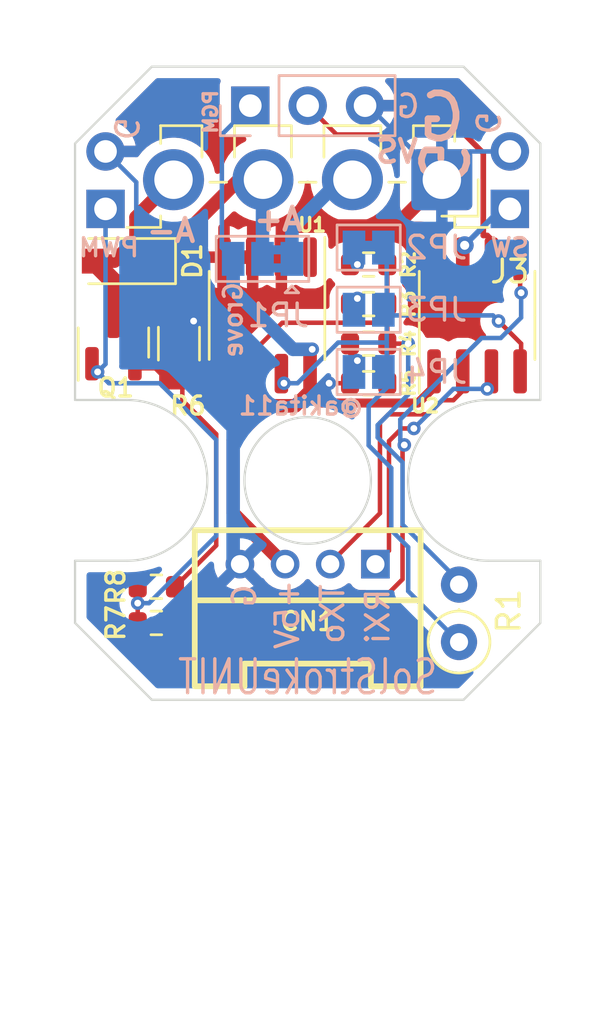
<source format=kicad_pcb>
(kicad_pcb (version 20211014) (generator pcbnew)
  (layers (0 "F.Cu" signal) (31 "B.Cu" signal) (34 "B.Paste" user) (35 "F.Paste" user) (36 "B.SilkS" user "B.Silkscreen") (37 "F.SilkS" user "F.Silkscreen") (38 "B.Mask" user) (39 "F.Mask" user) (44 "Edge.Cuts" user))
  (net 0 "")
  (net 1 "+5V")
  (net 2 "GND")
  (net 3 "/ADC")
  (net 4 "VDD")
  (net 5 "VS")
  (net 6 "/SOLA_M")
  (net 7 "/TXD")
  (net 8 "/PWM")
  (net 9 "/RXD")
  (net 10 "/PWM2")
  (net 11 "/VSENS")
  (net 12 "Net-(JP4-Pad1)")
  (net 13 "/PA0")
  (net 14 "Net-(JP3-Pad1)")
  (net 16 "/SW")
  (net 17 "Net-(JP2-Pad1)")
  (net 18 "Net-(R1-Pad2)")
  (footprint "akita:CON_GROVE_H" (layer "F.Cu") (at 10.3 22 180)
    (fp_text reference "CN1" (at -1.3 -3 180) (layer "F.SilkS") (effects (font (size 0.8 0.8)) (justify right bottom)))
    (fp_text value "CON_GROVE")
    (fp_line (start 2.8 -4.4) (end 2.8 -5.4) (layer "F.SilkS") (width 0.254))
    (fp_line (start -5 -5.4) (end -5 -1.6) (layer "F.SilkS") (width 0.254))
    (fp_line (start -2.8 -5.4) (end -2.8 -4.4) (layer "F.SilkS") (width 0.254))
    (fp_line (start -5 -1.6) (end 5 -1.6) (layer "F.SilkS") (width 0.254))
    (fp_line (start -5 -5.4) (end -2.8 -5.4) (layer "F.SilkS") (width 0.254))
    (fp_line (start 5 -1.6) (end 5 -5.4) (layer "F.SilkS") (width 0.254))
    (fp_line (start -5 1.5) (end 5 1.5) (layer "F.SilkS") (width 0.254))
    (fp_line (start -5 -1.6) (end -5 1.5) (layer "F.SilkS") (width 0.254))
    (fp_line (start -5 -1) (end -5 1) (layer "F.SilkS") (width 0.127))
    (fp_line (start 5 1.5) (end 5 -1.6) (layer "F.SilkS") (width 0.254))
    (fp_line (start -2.8 -4.4) (end 2.8 -4.4) (layer "F.SilkS") (width 0.254))
    (fp_line (start 2.8 -5.4) (end 5 -5.4) (layer "F.SilkS") (width 0.254))
    (pad "1" thru_hole rect (at -3 0 180) (size 1.27 1.27) (drill 0.8) (layers *.Cu *.Mask) (net 9 "/RXD"))
    (pad "2" thru_hole circle (at -1 0 180) (size 1.27 1.27) (drill 0.8) (layers *.Cu *.Mask) (net 7 "/TXD"))
    (pad "3" thru_hole circle (at 1 0 180) (size 1.27 1.27) (drill 0.8) (layers *.Cu *.Mask) (net 1 "+5V"))
    (pad "4" thru_hole circle (at 3 0 180) (size 1.27 1.27) (drill 0.8) (layers *.Cu *.Mask) (net 2 "GND"))
  )
  (footprint "Resistor_SMD:R_0603_1608Metric" (layer "F.Cu") (at 3.6 23 180)
    (fp_text reference "R8" (at 1.8 0 90) (layer "F.SilkS") (effects (font (size 0.8 0.8))))
    (fp_text value "100k")
    (fp_line (start -0.237258 -0.5225) (end 0.237258 -0.5225) (layer "F.SilkS") (width 0.12))
    (fp_line (start -0.237258 0.5225) (end 0.237258 0.5225) (layer "F.SilkS") (width 0.12))
    (pad "1" smd roundrect locked (at -0.825 0 180) (size 0.8 0.95) (layers "F.Cu" "F.Paste" "F.Mask") (net 11 "/VSENS"))
    (pad "2" smd roundrect locked (at 0.825 0 180) (size 0.8 0.95) (layers "F.Cu" "F.Paste" "F.Mask") (net 10 "/PWM2"))
  )
  (footprint "Package_TO_SOT_SMD:SOT-23" (layer "F.Cu") (at 1.7 12.2 90)
    (fp_text reference "Q1" (at -2 0.1 180) (layer "F.SilkS") (effects (font (size 0.8 0.8))))
    (fp_text value "TR_NMOS_IRLML6344")
    (fp_line (start 0 1.56) (end 0.65 1.56) (layer "F.SilkS") (width 0.12))
    (fp_line (start 0 1.56) (end -0.65 1.56) (layer "F.SilkS") (width 0.12))
    (fp_line (start 0 -1.56) (end -1.675 -1.56) (layer "F.SilkS") (width 0.12))
    (fp_line (start 0 -1.56) (end 0.65 -1.56) (layer "F.SilkS") (width 0.12))
    (pad "1" smd roundrect locked (at -0.9375 -0.95 90) (size 1.475 0.6) (layers "F.Cu" "F.Paste" "F.Mask") (net 10 "/PWM2"))
    (pad "2" smd roundrect locked (at -0.9375 0.95 90) (size 1.475 0.6) (layers "F.Cu" "F.Paste" "F.Mask") (net 11 "/VSENS"))
    (pad "3" smd roundrect locked (at 0.9375 0 90) (size 1.475 0.6) (layers "F.Cu" "F.Paste" "F.Mask") (net 6 "/SOLA_M"))
  )
  (footprint "Connector_PinSocket_2.54mm:PinSocket_1x02_P2.54mm_Vertical" (layer "F.Cu") (at 19.25 6.29 180)
    (fp_text reference "J3" (at 0 -2.77) (layer "F.SilkS"))
    (fp_text value "Conn_01x02")
    (pad "1" thru_hole rect (at 0 0 180) (size 1.7 1.7) (drill 1) (layers *.Cu *.Mask) (net 16 "/SW"))
    (pad "2" thru_hole oval (at 0 2.54 180) (size 1.7 1.7) (drill 1) (layers *.Cu *.Mask) (net 2 "GND"))
  )
  (footprint "Resistor_SMD:R_0603_1608Metric" (layer "F.Cu") (at 13 8.75)
    (fp_text reference "R2" (at 1.75 0 270) (layer "F.SilkS") (effects (font (size 0.6 0.6))))
    (fp_text value "100k")
    (fp_line (start -0.237258 -0.5225) (end 0.237258 -0.5225) (layer "F.SilkS") (width 0.12))
    (fp_line (start -0.237258 0.5225) (end 0.237258 0.5225) (layer "F.SilkS") (width 0.12))
    (pad "1" smd roundrect locked (at -0.825 0) (size 0.8 0.95) (layers "F.Cu" "F.Paste" "F.Mask") (net 17 "Net-(JP2-Pad1)"))
    (pad "2" smd roundrect locked (at 0.825 0) (size 0.8 0.95) (layers "F.Cu" "F.Paste" "F.Mask") (net 18 "Net-(R1-Pad2)"))
  )
  (footprint "Connector_JST:JST_VH_S4P-VH_1x04_P3.96mm_Horizontal" (layer "F.Cu") (at 16.24 5 180)
    (fp_text reference "J2" hide)
    (fp_text value "Conn_01x04")
    (fp_line (start 5.57 -0.11) (end 6.31 -0.11) (layer "F.SilkS") (width 0.12))
    (fp_line (start 1.61 -0.11) (end 2.35 -0.11) (layer "F.SilkS") (width 0.12))
    (fp_line (start -0.57 -2.11) (end -0.57 -1.61) (layer "F.SilkS") (width 0.12))
    (fp_line (start 2.7 2.39) (end 5.22 2.39) (layer "F.SilkS") (width 0.12))
    (fp_line (start -0.58 2.39) (end 1.26 2.39) (layer "F.SilkS") (width 0.12))
    (fp_line (start 12.45 2.39) (end 12.45 1.6) (layer "F.SilkS") (width 0.12))
    (fp_line (start -0.57 1.7) (end -0.57 2.39) (layer "F.SilkS") (width 0.12))
    (fp_line (start 9.18 2.39) (end 9.18 1) (layer "F.SilkS") (width 0.12))
    (fp_line (start 6.66 1) (end 6.66 2.39) (layer "F.SilkS") (width 0.12))
    (fp_line (start 5.22 2.39) (end 5.22 1) (layer "F.SilkS") (width 0.12))
    (fp_line (start 0 -1.61) (end -1.61 -1.61) (layer "F.SilkS") (width 0.12))
    (fp_line (start -2.06 -2.11) (end -0.57 -2.11) (layer "F.SilkS") (width 0.12))
    (fp_line (start 10.62 2.39) (end 12.46 2.39) (layer "F.SilkS") (width 0.12))
    (fp_line (start 10.62 1) (end 10.62 2.39) (layer "F.SilkS") (width 0.12))
    (fp_line (start 9.53 -0.11) (end 10.27 -0.11) (layer "F.SilkS") (width 0.12))
    (fp_line (start 6.66 2.39) (end 9.18 2.39) (layer "F.SilkS") (width 0.12))
    (fp_line (start 1.26 2.39) (end 1.26 1.7) (layer "F.SilkS") (width 0.12))
    (fp_line (start 2.7 1) (end 2.7 2.39) (layer "F.SilkS") (width 0.12))
    (fp_line (start 12.45 -1.6) (end 12.45 -2.11) (layer "F.SilkS") (width 0.12))
    (fp_line (start -1.61 -1.61) (end -1.61 0) (layer "F.SilkS") (width 0.12))
    (fp_line (start 12.45 -2.11) (end 13.94 -2.11) (layer "F.SilkS") (width 0.12))
    (pad "1" thru_hole roundrect (at 0 0 180) (size 2.7 2.7) (drill 1.7) (layers *.Cu *.Mask) (roundrect_rratio 0.09259296296) (net 2 "GND"))
    (pad "2" thru_hole circle (at 3.96 0 180) (size 2.7 2.7) (drill 1.7) (layers *.Cu *.Mask) (net 4 "VDD"))
    (pad "3" thru_hole circle (at 7.92 0 180) (size 2.7 2.7) (drill 1.7) (layers *.Cu *.Mask) (net 5 "VS"))
    (pad "4" thru_hole circle (at 11.88 0 180) (size 2.7 2.7) (drill 1.7) (layers *.Cu *.Mask) (net 6 "/SOLA_M"))
  )
  (footprint "Resistor_SMD:R_1206_3216Metric" (layer "F.Cu") (at 4.6 12.25 -90)
    (fp_text reference "R6" (at 2.75 -0.4) (layer "F.SilkS") (effects (font (size 0.8 0.8))))
    (fp_text value "0.2")
    (fp_line (start -0.727064 0.91) (end 0.727064 0.91) (layer "F.SilkS") (width 0.12))
    (fp_line (start -0.727064 -0.91) (end 0.727064 -0.91) (layer "F.SilkS") (width 0.12))
    (pad "1" smd roundrect locked (at -1.4625 0 270) (size 1.125 1.75) (layers "F.Cu" "F.Paste" "F.Mask") (roundrect_rratio 0.2222222222) (net 2 "GND"))
    (pad "2" smd roundrect locked (at 1.4625 0 270) (size 1.125 1.75) (layers "F.Cu" "F.Paste" "F.Mask") (roundrect_rratio 0.2222222222) (net 11 "/VSENS"))
  )
  (footprint "Resistor_SMD:R_0603_1608Metric" (layer "F.Cu") (at 13 14)
    (fp_text reference "R5" (at 1.75 0 270) (layer "F.SilkS") (effects (font (size 0.6 0.6))))
    (fp_text value "1k")
    (fp_line (start -0.237258 -0.5225) (end 0.237258 -0.5225) (layer "F.SilkS") (width 0.12))
    (fp_line (start -0.237258 0.5225) (end 0.237258 0.5225) (layer "F.SilkS") (width 0.12))
    (pad "1" smd roundrect locked (at -0.825 0) (size 0.8 0.95) (layers "F.Cu" "F.Paste" "F.Mask") (net 2 "GND"))
    (pad "2" smd roundrect locked (at 0.825 0) (size 0.8 0.95) (layers "F.Cu" "F.Paste" "F.Mask") (net 18 "Net-(R1-Pad2)"))
  )
  (footprint "Package_SO:SO-8_3.9x4.9mm_P1.27mm" (layer "F.Cu") (at 8.5 11 -90)
    (fp_text reference "U1" (at -4 -2 180) (layer "F.SilkS") (effects (font (size 0.6 0.6))))
    (fp_text value "LM358")
    (fp_line (start 0 2.56) (end 1.95 2.56) (layer "F.SilkS") (width 0.12))
    (fp_line (start 0 -2.56) (end -3.45 -2.56) (layer "F.SilkS") (width 0.12))
    (fp_line (start 0 2.56) (end -1.95 2.56) (layer "F.SilkS") (width 0.12))
    (fp_line (start 0 -2.56) (end 1.95 -2.56) (layer "F.SilkS") (width 0.12))
    (pad "1" smd roundrect locked (at -2.575 -1.905 270) (size 1.75 0.6) (layers "F.Cu" "F.Paste" "F.Mask"))
    (pad "2" smd roundrect locked (at -2.575 -0.635 270) (size 1.75 0.6) (layers "F.Cu" "F.Paste" "F.Mask") (net 2 "GND"))
    (pad "3" smd roundrect locked (at -2.575 0.635 270) (size 1.75 0.6) (layers "F.Cu" "F.Paste" "F.Mask") (net 2 "GND"))
    (pad "4" smd roundrect locked (at -2.575 1.905 270) (size 1.75 0.6) (layers "F.Cu" "F.Paste" "F.Mask") (net 2 "GND"))
    (pad "5" smd roundrect locked (at 2.575 1.905 270) (size 1.75 0.6) (layers "F.Cu" "F.Paste" "F.Mask") (net 11 "/VSENS"))
    (pad "6" smd roundrect locked (at 2.575 0.635 270) (size 1.75 0.6) (layers "F.Cu" "F.Paste" "F.Mask") (net 18 "Net-(R1-Pad2)"))
    (pad "7" smd roundrect locked (at 2.575 -0.635 270) (size 1.75 0.6) (layers "F.Cu" "F.Paste" "F.Mask") (net 3 "/ADC"))
    (pad "8" smd roundrect locked (at 2.575 -1.905 270) (size 1.75 0.6) (layers "F.Cu" "F.Paste" "F.Mask") (net 1 "+5V"))
  )
  (footprint "Resistor_THT:R_Axial_DIN0207_L6.3mm_D2.5mm_P2.54mm_Vertical" (layer "F.Cu") (at 17 25.445 90)
    (fp_text reference "R1" (at 1.37 2.2 90) (layer "F.SilkS"))
    (fp_text value "TBD")
    (fp_line (start 1.37 0) (end 1.44 0) (layer "F.SilkS") (width 0.12))
    (fp_circle (center 0 0) (end 1.37 0) (layer "F.SilkS") (width 0.12) (fill none))
    (pad "1" thru_hole circle locked (at 0 0 90) (size 1.6 1.6) (drill 0.8) (layers *.Cu *.Mask) (net 3 "/ADC"))
    (pad "2" thru_hole oval locked (at 2.54 0 90) (size 1.6 1.6) (drill 0.8) (layers *.Cu *.Mask) (net 18 "Net-(R1-Pad2)"))
  )
  (footprint "Resistor_SMD:R_0603_1608Metric" (layer "F.Cu") (at 13 10.5)
    (fp_text reference "R3" (at 1.75 0 90) (layer "F.SilkS") (effects (font (size 0.6 0.6))))
    (fp_text value "62k")
    (fp_line (start -0.237258 -0.5225) (end 0.237258 -0.5225) (layer "F.SilkS") (width 0.12))
    (fp_line (start -0.237258 0.5225) (end 0.237258 0.5225) (layer "F.SilkS") (width 0.12))
    (pad "1" smd roundrect locked (at -0.825 0) (size 0.8 0.95) (layers "F.Cu" "F.Paste" "F.Mask") (net 14 "Net-(JP3-Pad1)"))
    (pad "2" smd roundrect locked (at 0.825 0) (size 0.8 0.95) (layers "F.Cu" "F.Paste" "F.Mask") (net 18 "Net-(R1-Pad2)"))
  )
  (footprint "Connector_PinSocket_2.54mm:PinSocket_1x02_P2.54mm_Vertical" (layer "F.Cu") (at 1.35 6.29 180)
    (fp_text reference "J4" hide)
    (fp_text value "Conn_01x02")
    (pad "1" thru_hole rect (at 0 0 180) (size 1.7 1.7) (drill 1) (layers *.Cu *.Mask) (net 10 "/PWM2"))
    (pad "2" thru_hole oval (at 0 2.54 180) (size 1.7 1.7) (drill 1) (layers *.Cu *.Mask) (net 2 "GND"))
  )
  (footprint "Resistor_SMD:R_0603_1608Metric" (layer "F.Cu") (at 13 12.25)
    (fp_text reference "R4" (at 1.75 0 90) (layer "F.SilkS") (effects (font (size 0.6 0.6))))
    (fp_text value "24k")
    (fp_line (start -0.237258 -0.5225) (end 0.237258 -0.5225) (layer "F.SilkS") (width 0.12))
    (fp_line (start -0.237258 0.5225) (end 0.237258 0.5225) (layer "F.SilkS") (width 0.12))
    (pad "1" smd roundrect locked (at -0.825 0) (size 0.8 0.95) (layers "F.Cu" "F.Paste" "F.Mask") (net 12 "Net-(JP4-Pad1)"))
    (pad "2" smd roundrect locked (at 0.825 0) (size 0.8 0.95) (layers "F.Cu" "F.Paste" "F.Mask") (net 18 "Net-(R1-Pad2)"))
  )
  (footprint "Diode_SMD:D_SOD-123F" (layer "F.Cu") (at 2.25 8.6 180)
    (fp_text reference "D1" (at -2.95 0 90) (layer "F.SilkS") (effects (font (size 0.8 0.8))))
    (fp_text value "D")
    (fp_line (start -2.2 -1) (end -2.2 1) (layer "F.SilkS") (width 0.12))
    (fp_line (start -2.2 1) (end 1.65 1) (layer "F.SilkS") (width 0.12))
    (fp_line (start -2.2 -1) (end 1.65 -1) (layer "F.SilkS") (width 0.12))
    (pad "1" smd rect locked (at -1.4 0 180) (size 1.1 1.1) (layers "F.Cu" "F.Paste" "F.Mask") (net 5 "VS"))
    (pad "2" smd rect locked (at 1.4 0 180) (size 1.1 1.1) (layers "F.Cu" "F.Paste" "F.Mask") (net 6 "/SOLA_M"))
  )
  (footprint "Resistor_SMD:R_0603_1608Metric" (layer "F.Cu") (at 3.6 24.6 180)
    (fp_text reference "R7" (at 1.8 0 90) (layer "F.SilkS") (effects (font (size 0.8 0.8))))
    (fp_text value "1k")
    (fp_line (start -0.237258 0.5225) (end 0.237258 0.5225) (layer "F.SilkS") (width 0.12))
    (fp_line (start -0.237258 -0.5225) (end 0.237258 -0.5225) (layer "F.SilkS") (width 0.12))
    (pad "1" smd roundrect locked (at -0.825 0 180) (size 0.8 0.95) (layers "F.Cu" "F.Paste" "F.Mask") (net 8 "/PWM"))
    (pad "2" smd roundrect locked (at 0.825 0 180) (size 0.8 0.95) (layers "F.Cu" "F.Paste" "F.Mask") (net 10 "/PWM2"))
  )
  (footprint "Package_SO:SOIC-8_3.9x4.9mm_P1.27mm" (layer "F.Cu") (at 17.8 11 90)
    (fp_text reference "U2" (at -4 -2.3 180) (layer "F.SilkS") (effects (font (size 0.6 0.6))))
    (fp_text value "ATtiny202-SS")
    (fp_line (start 0 2.56) (end -1.95 2.56) (layer "F.SilkS") (width 0.12))
    (fp_line (start 0 -2.56) (end 1.95 -2.56) (layer "F.SilkS") (width 0.12))
    (fp_line (start 0 2.56) (end 1.95 2.56) (layer "F.SilkS") (width 0.12))
    (fp_line (start 0 -2.56) (end -3.45 -2.56) (layer "F.SilkS") (width 0.12))
    (pad "1" smd roundrect locked (at -2.475 -1.905 90) (size 1.95 0.6) (layers "F.Cu" "F.Paste" "F.Mask") (net 1 "+5V"))
    (pad "2" smd roundrect locked (at -2.475 -0.635 90) (size 1.95 0.6) (layers "F.Cu" "F.Paste" "F.Mask") (net 7 "/TXD"))
    (pad "3" smd roundrect locked (at -2.475 0.635 90) (size 1.95 0.6) (layers "F.Cu" "F.Paste" "F.Mask") (net 9 "/RXD"))
    (pad "4" smd roundrect locked (at -2.475 1.905 90) (size 1.95 0.6) (layers "F.Cu" "F.Paste" "F.Mask") (net 3 "/ADC"))
    (pad "5" smd roundrect locked (at 2.475 1.905 90) (size 1.95 0.6) (layers "F.Cu" "F.Paste" "F.Mask") (net 8 "/PWM"))
    (pad "6" smd roundrect locked (at 2.475 0.635 90) (size 1.95 0.6) (layers "F.Cu" "F.Paste" "F.Mask") (net 13 "/PA0"))
    (pad "7" smd roundrect locked (at 2.475 -0.635 90) (size 1.95 0.6) (layers "F.Cu" "F.Paste" "F.Mask") (net 16 "/SW"))
    (pad "8" smd roundrect locked (at 2.475 -1.905 90) (size 1.95 0.6) (layers "F.Cu" "F.Paste" "F.Mask") (net 2 "GND"))
  )
  (footprint "Jumper:SolderJumper-3_P1.3mm_Bridged2Bar12_Pad1.0x1.5mm" (layer "B.Cu") (at 8.3 8.5 180)
    (fp_text reference "JP1" (at -0.7 -2.5) (layer "B.SilkS") (effects (justify mirror)))
    (fp_text value "SolderJumper_3_Bridged12")
    (fp_poly (pts (xy -0.9 0.6) (xy -0.4 0.6) (xy -0.4 0.2) (xy -0.9 0.2)) (layer "B.Cu") (width 0) (fill solid))
    (fp_poly (pts (xy -0.9 -0.2) (xy -0.4 -0.2) (xy -0.4 -0.6) (xy -0.9 -0.6)) (layer "B.Cu") (width 0) (fill solid))
    (fp_line (start -1.3 -1.2) (end -1 -1.5) (layer "B.SilkS") (width 0.12))
    (fp_line (start 2.05 1) (end 2.05 -1) (layer "B.SilkS") (width 0.12))
    (fp_line (start -2.05 1) (end 2.05 1) (layer "B.SilkS") (width 0.12))
    (fp_line (start -1.6 -1.5) (end -1 -1.5) (layer "B.SilkS") (width 0.12))
    (fp_line (start -1.3 -1.2) (end -1.6 -1.5) (layer "B.SilkS") (width 0.12))
    (fp_line (start -2.05 -1) (end -2.05 1) (layer "B.SilkS") (width 0.12))
    (fp_line (start 2.05 -1) (end -2.05 -1) (layer "B.SilkS") (width 0.12))
    (pad "1" smd rect locked (at -1.3 0 180) (size 1 1.5) (layers "B.Cu" "B.Mask") (net 4 "VDD"))
    (pad "2" smd rect locked (at 0 0 180) (size 1 1.5) (layers "B.Cu" "B.Mask") (net 5 "VS"))
    (pad "3" smd rect locked (at 1.3 0 180) (size 1 1.5) (layers "B.Cu" "B.Mask") (net 1 "+5V"))
  )
  (footprint "Connector_PinSocket_2.54mm:PinSocket_1x03_P2.54mm_Vertical" (layer "B.Cu") (at 7.76 1.725 -90)
    (fp_text reference "J1" hide)
    (fp_text value "Conn_01x03")
    (fp_line (start 1.33 1.33) (end 1.33 0) (layer "B.SilkS") (width 0.12))
    (fp_line (start 1.33 -1.27) (end 1.33 -6.41) (layer "B.SilkS") (width 0.12))
    (fp_line (start 0 1.33) (end 1.33 1.33) (layer "B.SilkS") (width 0.12))
    (fp_line (start -1.33 -1.27) (end -1.33 -6.41) (layer "B.SilkS") (width 0.12))
    (fp_line (start -1.33 -6.41) (end 1.33 -6.41) (layer "B.SilkS") (width 0.12))
    (fp_line (start -1.33 -1.27) (end 1.33 -1.27) (layer "B.SilkS") (width 0.12))
    (pad "1" thru_hole rect locked (at 0 0 270) (size 1.7 1.7) (drill 1) (layers *.Cu *.Mask) (net 1 "+5V"))
    (pad "2" thru_hole oval locked (at 0 -2.54 270) (size 1.7 1.7) (drill 1) (layers *.Cu *.Mask) (net 13 "/PA0"))
    (pad "3" thru_hole oval locked (at 0 -5.08 270) (size 1.7 1.7) (drill 1) (layers *.Cu *.Mask) (net 2 "GND"))
  )
  (footprint "Jumper:SolderJumper-2_P1.3mm_Bridged_Pad1.0x1.5mm" (layer "B.Cu") (at 13 8)
    (fp_text reference "JP2" (at 3 0 180) (layer "B.SilkS") (effects (justify mirror)))
    (fp_text value "SolderJumper_2_Bridged")
    (fp_poly (pts (xy -0.25 0.3) (xy 0.25 0.3) (xy 0.25 -0.3) (xy -0.25 -0.3)) (layer "B.Cu") (width 0) (fill solid))
    (fp_line (start -1.4 1) (end 1.4 1) (layer "B.SilkS") (width 0.12))
    (fp_line (start 1.4 1) (end 1.4 -1) (layer "B.SilkS") (width 0.12))
    (fp_line (start -1.4 -1) (end -1.4 1) (layer "B.SilkS") (width 0.12))
    (fp_line (start 1.4 -1) (end -1.4 -1) (layer "B.SilkS") (width 0.12))
    (pad "1" smd rect locked (at -0.65 0) (size 1 1.5) (layers "B.Cu" "B.Mask") (net 17 "Net-(JP2-Pad1)"))
    (pad "2" smd rect locked (at 0.65 0) (size 1 1.5) (layers "B.Cu" "B.Mask") (net 3 "/ADC"))
  )
  (footprint "Jumper:SolderJumper-2_P1.3mm_Open_Pad1.0x1.5mm" (layer "B.Cu") (at 13 10.75)
    (fp_text reference "JP3" (at 3 0 180) (layer "B.SilkS") (effects (justify mirror)))
    (fp_text value "SolderJumper_2_Open")
    (fp_line (start -1.4 1) (end 1.4 1) (layer "B.SilkS") (width 0.12))
    (fp_line (start 1.4 -1) (end -1.4 -1) (layer "B.SilkS") (width 0.12))
    (fp_line (start -1.4 -1) (end -1.4 1) (layer "B.SilkS") (width 0.12))
    (fp_line (start 1.4 1) (end 1.4 -1) (layer "B.SilkS") (width 0.12))
    (pad "1" smd rect locked (at -0.65 0) (size 1 1.5) (layers "B.Cu" "B.Mask") (net 14 "Net-(JP3-Pad1)"))
    (pad "2" smd rect locked (at 0.65 0) (size 1 1.5) (layers "B.Cu" "B.Mask") (net 3 "/ADC"))
  )
  (footprint "Jumper:SolderJumper-2_P1.3mm_Open_Pad1.0x1.5mm" (layer "B.Cu") (at 13 13.5)
    (fp_text reference "JP4" (at 3 0 180) (layer "B.SilkS") (effects (justify mirror)))
    (fp_text value "SolderJumper_2_Open")
    (fp_line (start 1.4 -1) (end -1.4 -1) (layer "B.SilkS") (width 0.12))
    (fp_line (start 1.4 1) (end 1.4 -1) (layer "B.SilkS") (width 0.12))
    (fp_line (start -1.4 1) (end 1.4 1) (layer "B.SilkS") (width 0.12))
    (fp_line (start -1.4 -1) (end -1.4 1) (layer "B.SilkS") (width 0.12))
    (pad "1" smd rect locked (at -0.65 0) (size 1 1.5) (layers "B.Cu" "B.Mask") (net 12 "Net-(JP4-Pad1)"))
    (pad "2" smd rect locked (at 0.65 0) (size 1 1.5) (layers "B.Cu" "B.Mask") (net 3 "/ADC"))
  )
  (gr_line (start 0 24.6) (end 0 21.85) (layer "Edge.Cuts") (width 0.1))
  (gr_line (start 0 14.74) (end 2.3 14.74) (layer "Edge.Cuts") (width 0.1))
  (gr_line (start 20.6 21.85) (end 20.6 24.6) (layer "Edge.Cuts") (width 0.1))
  (gr_line (start 3.4 0) (end 17.2 0) (layer "Edge.Cuts") (width 0.1))
  (gr_line (start 0 3.4) (end 3.4 0) (layer "Edge.Cuts") (width 0.1))
  (gr_line (start 0 14.74) (end 0 3.4) (layer "Edge.Cuts") (width 0.1))
  (gr_line (start 0 24.6) (end 3.4 28) (layer "Edge.Cuts") (width 0.1))
  (gr_line (start 3.4 28) (end 17.2 28) (layer "Edge.Cuts") (width 0.1))
  (gr_line (start 20.6 3.4) (end 17.2 0) (layer "Edge.Cuts") (width 0.1))
  (gr_arc (start 2.3 14.74) (mid 5.855 18.295) (end 2.3 21.85) (layer "Edge.Cuts") (width 0.1))
  (gr_line (start 0 21.85) (end 2.3 21.85) (layer "Edge.Cuts") (width 0.1))
  (gr_circle (center 10.3 18.3) (end 13.1 18.3) (layer "Edge.Cuts") (width 0.1) (fill none))
  (gr_line (start 18.3 21.85) (end 20.6 21.85) (layer "Edge.Cuts") (width 0.1))
  (gr_line (start 18.3 14.74) (end 20.6 14.74) (layer "Edge.Cuts") (width 0.1))
  (gr_line (start 20.6 14.74) (end 20.6 3.4) (layer "Edge.Cuts") (width 0.1))
  (gr_line (start 17.2 28) (end 20.6 24.6) (layer "Edge.Cuts") (width 0.1))
  (gr_arc (start 18.3 21.85) (mid 14.745 18.295) (end 18.3 14.74) (layer "Edge.Cuts") (width 0.1))
  (gr_text "Grove" (at 7 11.2 90) (layer "B.SilkS") (effects (font (size 0.8 0.8)) (justify mirror)))
  (gr_text "SW" (at 19.25 8) (layer "B.SilkS") (effects (font (size 0.8 0.8)) (justify mirror)))
  (gr_text "A+" (at 9 6.75) (layer "B.SilkS") (effects (font (size 1 1) (thickness 0.2)) (justify mirror)))
  (gr_text "G" (at 16.25 5.5 270) (layer "B.SilkS") (effects (font (size 2 2) (thickness 0.3)) (justify left mirror)))
  (gr_text "G" (at 7.5 22.8 90) (layer "B.SilkS") (effects (font (size 1 1)) (justify left mirror)))
  (gr_text "G" (at 14.75 1.75) (layer "B.SilkS") (effects (font (size 1 1)) (justify mirror)))
  (gr_text "PWM\n" (at 1.5 8) (layer "B.SilkS") (effects (font (size 0.8 0.8)) (justify mirror)))
  (gr_text "VS" (at 14.25 3.75) (layer "B.SilkS") (effects (font (size 1 1) (thickness 0.2)) (justify mirror)))
  (gr_text "TXo" (at 11.4 22.8 90) (layer "B.SilkS") (effects (font (size 1 1)) (justify left mirror)))
  (gr_text "G" (at 16.25 2.25) (layer "B.SilkS") (effects (font (size 2 2) (thickness 0.3)) (justify mirror)))
  (gr_text "SolStrokeUNIT" (at 10.3 27) (layer "B.SilkS") (effects (font (size 1.5 1.1)) (justify mirror)))
  (gr_text "@akita11" (at 10 15) (layer "B.SilkS") (effects (font (size 0.8 0.8)) (justify mirror)))
  (gr_text "+5V" (at 9.4 22.6 90) (layer "B.SilkS") (effects (font (size 1 1)) (justify left mirror)))
  (gr_text "G" (at 2.25 2.75 -90) (layer "B.SilkS") (effects (font (size 1 1)) (justify mirror)))
  (gr_text "G" (at 18.25 2.5 -90) (layer "B.SilkS") (effects (font (size 1 1)) (justify mirror)))
  (gr_text "A-" (at 4.25 7.25) (layer "B.SilkS") (effects (font (size 1 1) (thickness 0.2)) (justify mirror)))
  (gr_text "RXi" (at 13.4 23 90) (layer "B.SilkS") (effects (font (size 1 1)) (justify left mirror)))
  (gr_text "PGM" (at 6 2 90) (layer "B.SilkS") (effects (font (size 0.6 0.6)) (justify mirror)))
  (segment (start 7 19.75) (end 9.25 22) (width 0.6) (layer "F.Cu") (net 1))
  (segment (start 15.895 13.475) (end 15.895 14.165) (width 0.4) (layer "F.Cu") (net 1))
  (segment (start 10.93274 14.87452) (end 10.405 14.34678) (width 0.4) (layer "F.Cu") (net 1))
  (segment (start 10.405 14.34678) (end 9.75178 15) (width 0.6) (layer "F.Cu") (net 1))
  (segment (start 7 16.5) (end 7 19.75) (width 0.6) (layer "F.Cu") (net 1))
  (segment (start 9.75178 15) (end 8.5 15) (width 0.6) (layer "F.Cu") (net 1))
  (segment (start 10.405 12.595) (end 10.5 12.5) (width 0.6) (layer "F.Cu") (net 1))
  (segment (start 10.405 13.575) (end 10.405 12.595) (width 0.6) (layer "F.Cu") (net 1))
  (segment (start 8.5 15) (end 7 16.5) (width 0.6) (layer "F.Cu") (net 1))
  (segment (start 10.405 13.575) (end 10.405 14.34678) (width 0.6) (layer "F.Cu") (net 1))
  (segment (start 15.18548 14.87452) (end 10.93274 14.87452) (width 0.4) (layer "F.Cu") (net 1))
  (segment (start 15.895 14.165) (end 15.18548 14.87452) (width 0.4) (layer "F.Cu") (net 1))
  (via (at 10.5 12.5) (size 0.6) (drill 0.3) (layers "F.Cu" "B.Cu") (net 1))
  (segment (start 7 9.85) (end 9.65 12.5) (width 0.6) (layer "B.Cu") (net 1))
  (segment (start 6.5 8) (end 6.5 3) (width 0.2) (layer "B.Cu") (net 1))
  (segment (start 9.65 12.5) (end 10.5 12.5) (width 0.6) (layer "B.Cu") (net 1))
  (segment (start 7 8.5) (end 7 9.85) (width 0.6) (layer "B.Cu") (net 1))
  (segment (start 6.5 3) (end 7.75 1.75) (width 0.2) (layer "B.Cu") (net 1))
  (segment (start 7 8.5) (end 6.5 8) (width 0.2) (layer "B.Cu") (net 1))
  (segment (start 6 10.5) (end 4.5 10.5) (width 0.6) (layer "F.Cu") (net 2))
  (segment (start 15.895 8.525) (end 15.895 7.645) (width 0.4) (layer "F.Cu") (net 2))
  (segment (start 9.135 7.615) (end 9.69952 7.05048) (width 0.6) (layer "F.Cu") (net 2))
  (segment (start 14.18952 7.05048) (end 16.24 5) (width 0.6) (layer "F.Cu") (net 2))
  (segment (start 9.69952 7.05048) (end 14.18952 7.05048) (width 0.6) (layer "F.Cu") (net 2))
  (segment (start 6.595 8.425) (end 6.595 9.905) (width 0.6) (layer "F.Cu") (net 2))
  (segment (start 9.135 8.425) (end 9.135 7.615) (width 0.6) (layer "F.Cu") (net 2))
  (segment (start 15.895 7.645) (end 15.30048 7.05048) (width 0.4) (layer "F.Cu") (net 2))
  (segment (start 15.30048 7.05048) (end 14.18952 7.05048) (width 0.4) (layer "F.Cu") (net 2))
  (segment (start 12.175 14) (end 11.25 14) (width 0.2) (layer "F.Cu") (net 2))
  (segment (start 5.25 11.1875) (end 4.6 10.5375) (width 0.6) (layer "F.Cu") (net 2))
  (segment (start 6.595 9.905) (end 6 10.5) (width 0.6) (layer "F.Cu") (net 2))
  (segment (start 5.25 11.25) (end 5.25 11.1875) (width 0.6) (layer "F.Cu") (net 2))
  (segment (start 9.135 8.425) (end 6.575 8.425) (width 0.6) (layer "F.Cu") (net 2))
  (segment (start 6.575 8.425) (end 6.5 8.5) (width 0.6) (layer "F.Cu") (net 2))
  (via (at 11.25 14) (size 0.6) (drill 0.3) (layers "F.Cu" "B.Cu") (net 2))
  (via (at 5.25 11.25) (size 0.6) (drill 0.3) (layers "F.Cu" "B.Cu") (net 2))
  (segment (start 7 15) (end 10.25 15) (width 0.2) (layer "B.Cu") (net 2))
  (segment (start 16.24 5) (end 16.24 4.99) (width 0.2) (layer "B.Cu") (net 2))
  (segment (start 7 13) (end 7 15) (width 0.6) (layer "B.Cu") (net 2))
  (segment (start 17.49 3.75) (end 16.24 5) (width 0.2) (layer "B.Cu") (net 2))
  (segment (start 7 15) (end 7 21.75) (width 0.6) (layer "B.Cu") (net 2))
  (segment (start 2.710489 5.110489) (end 2.710489 8.710489) (width 0.2) (layer "B.Cu") (net 2))
  (segment (start 7 21.75) (end 7.25 22) (width 0.6) (layer "B.Cu") (net 2))
  (segment (start 1.35 3.75) (end 2.710489 5.110489) (width 0.2) (layer "B.Cu") (net 2))
  (segment (start 10.25 15) (end 11.25 14) (width 0.2) (layer "B.Cu") (net 2))
  (segment (start 19.25 3.75) (end 17.49 3.75) (width 0.2) (layer "B.Cu") (net 2))
  (segment (start 2.710489 8.710489) (end 5.25 11.25) (width 0.2) (layer "B.Cu") (net 2))
  (segment (start 16.24 4.99) (end 13 1.75) (width 0.2) (layer "B.Cu") (net 2))
  (segment (start 5.25 11.25) (end 7 13) (width 0.6) (layer "B.Cu") (net 2))
  (segment (start 18.75 11.25) (end 19.75 12.25) (width 0.2) (layer "F.Cu") (net 3))
  (segment (start 9.135 13.575) (end 9.135 13.885) (width 0.2) (layer "F.Cu") (net 3))
  (segment (start 19.75 12.25) (end 19.75 13.5) (width 0.2) (layer "F.Cu") (net 3))
  (segment (start 9.135 13.885) (end 9.25 14) (width 0.2) (layer "F.Cu") (net 3))
  (via (at 9.25 14) (size 0.6) (drill 0.3) (layers "F.Cu" "B.Cu") (net 3))
  (via (at 18.75 11.25) (size 0.6) (drill 0.3) (layers "F.Cu" "B.Cu") (net 3))
  (segment (start 13.600481 13.899519) (end 13.75 13.75) (width 0.2) (layer "B.Cu") (net 3))
  (segment (start 18.5 11) (end 13.9 11) (width 0.2) (layer "B.Cu") (net 3))
  (segment (start 14 20.5) (end 14.75 21.25) (width 0.2) (layer "B.Cu") (net 3))
  (segment (start 13.8 13.75) (end 13.8 12.2) (width 0.2) (layer "B.Cu") (net 3))
  (segment (start 13.8 12.2) (end 13.8 8.45) (width 0.2) (layer "B.Cu") (net 3))
  (segment (start 13 16.75) (end 14 17.75) (width 0.2) (layer "B.Cu") (net 3))
  (segment (start 13.8 8.45) (end 14 8.25) (width 0.2) (layer "B.Cu") (net 3))
  (segment (start 14.75 23.195) (end 17 25.445) (width 0.2) (layer "B.Cu") (net 3))
  (segment (start 9.85 14) (end 11.65 12.2) (width 0.2) (layer "B.Cu") (net 3))
  (segment (start 14.75 21.25) (end 14.75 23.195) (width 0.2) (layer "B.Cu") (net 3))
  (segment (start 13.8 13.75) (end 13.8 14.2) (width 0.2) (layer "B.Cu") (net 3))
  (segment (start 13.8 14.2) (end 13 15) (width 0.2) (layer "B.Cu") (net 3))
  (segment (start 14 17.75) (end 14 20.5) (width 0.2) (layer "B.Cu") (net 3))
  (segment (start 11.65 12.2) (end 13.8 12.2) (width 0.2) (layer "B.Cu") (net 3))
  (segment (start 9.25 14) (end 9.85 14) (width 0.2) (layer "B.Cu") (net 3))
  (segment (start 13 15) (end 13 16.75) (width 0.2) (layer "B.Cu") (net 3))
  (segment (start 18.75 11.25) (end 18.5 11) (width 0.2) (layer "B.Cu") (net 3))
  (segment (start 9.6 8.5) (end 9.6 7.15) (width 0.6) (layer "B.Cu") (net 4))
  (segment (start 9.6 7.15) (end 11.75 5) (width 0.6) (layer "B.Cu") (net 4))
  (segment (start 11.75 5) (end 12.25 5) (width 0.6) (layer "B.Cu") (net 4))
  (segment (start 3.65 8.6) (end 7.25 5) (width 0.6) (layer "F.Cu") (net 5))
  (segment (start 7.25 5) (end 8.25 5) (width 0.6) (layer "F.Cu") (net 5))
  (segment (start 8.3 5.05) (end 8.25 5) (width 0.6) (layer "B.Cu") (net 5))
  (segment (start 8.3 8.5) (end 8.3 5.05) (width 0.6) (layer "B.Cu") (net 5))
  (segment (start 2.699511 7.639511) (end 2.699511 6.660489) (width 0.6) (layer "F.Cu") (net 6))
  (segment (start 0.85 8.6) (end 1.739022 8.6) (width 0.6) (layer "F.Cu") (net 6))
  (segment (start 1.739022 8.6) (end 2.699511 7.639511) (width 0.6) (layer "F.Cu") (net 6))
  (segment (start 4.36 5) (end 4.5 5) (width 0.6) (layer "F.Cu") (net 6))
  (segment (start 2.699511 6.660489) (end 4.36 5) (width 0.6) (layer "F.Cu") (net 6))
  (segment (start 1.7 9.5) (end 1 8.8) (width 0.8) (layer "F.Cu") (net 6))
  (segment (start 1.7 11.2625) (end 1.7 9.5) (width 0.8) (layer "F.Cu") (net 6))
  (segment (start 16.75 14.75) (end 16.258214 14.75) (width 0.2) (layer "F.Cu") (net 7))
  (segment (start 16.258214 14.75) (end 15.634174 15.37404) (width 0.2) (layer "F.Cu") (net 7))
  (segment (start 15.634174 15.37404) (end 13.87596 15.37404) (width 0.2) (layer "F.Cu") (net 7))
  (segment (start 13.5 15.75) (end 13.5 19.75) (width 0.2) (layer "F.Cu") (net 7))
  (segment (start 17.165 13.475) (end 17.165 14.335) (width 0.2) (layer "F.Cu") (net 7))
  (segment (start 13.87596 15.37404) (end 13.5 15.75) (width 0.2) (layer "F.Cu") (net 7))
  (segment (start 13.5 19.75) (end 11.25 22) (width 0.2) (layer "F.Cu") (net 7))
  (segment (start 17.165 14.335) (end 16.75 14.75) (width 0.2) (layer "F.Cu") (net 7))
  (segment (start 4.425 24.6) (end 12.569022 24.6) (width 0.2) (layer "F.Cu") (net 8))
  (segment (start 14.5 22.669022) (end 14.5 16.75) (width 0.2) (layer "F.Cu") (net 8))
  (segment (start 14.5 16.75) (end 14.55672 16.75) (width 0.2) (layer "F.Cu") (net 8))
  (segment (start 12.569022 24.6) (end 14.5 22.669022) (width 0.2) (layer "F.Cu") (net 8))
  (segment (start 14.55672 16.75) (end 14.577271 16.729449) (width 0.2) (layer "F.Cu") (net 8))
  (segment (start 19.705 8.525) (end 19.705 9.955) (width 0.2) (layer "F.Cu") (net 8))
  (segment (start 19.705 9.955) (end 19.75 10) (width 0.2) (layer "F.Cu") (net 8))
  (via (at 14.577271 16.729449) (size 0.6) (drill 0.3) (layers "F.Cu" "B.Cu") (net 8))
  (via (at 19.75 10) (size 0.6) (drill 0.3) (layers "F.Cu" "B.Cu") (net 8))
  (segment (start 14.577271 16.729449) (end 14.400489 16.552667) (width 0.2) (layer "B.Cu") (net 8))
  (segment (start 14.400489 15.599511) (end 18 12) (width 0.2) (layer "B.Cu") (net 8))
  (segment (start 18.847838 12) (end 19.75 11.097838) (width 0.2) (layer "B.Cu") (net 8))
  (segment (start 14.400489 16.552667) (end 14.400489 15.599511) (width 0.2) (layer "B.Cu") (net 8))
  (segment (start 19.75 11.097838) (end 19.75 10) (width 0.2) (layer "B.Cu") (net 8))
  (segment (start 18 12) (end 18.847838 12) (width 0.2) (layer "B.Cu") (net 8))
  (segment (start 13.89952 21.40048) (end 13.3 22) (width 0.2) (layer "F.Cu") (net 9))
  (segment (start 14.458882 16) (end 13.89952 16.559362) (width 0.2) (layer "F.Cu") (net 9))
  (segment (start 13.89952 16.559362) (end 13.89952 21.40048) (width 0.2) (layer "F.Cu") (net 9))
  (segment (start 15 16) (end 14.458882 16) (width 0.2) (layer "F.Cu") (net 9))
  (segment (start 18.435 13.475) (end 18.435 14.065) (width 0.2) (layer "F.Cu") (net 9))
  (segment (start 18.435 14.065) (end 18.25 14.25) (width 0.2) (layer "F.Cu") (net 9))
  (via (at 18.25 14.25) (size 0.6) (drill 0.3) (layers "F.Cu" "B.Cu") (net 9))
  (via (at 15 16) (size 0.6) (drill 0.3) (layers "F.Cu" "B.Cu") (net 9))
  (segment (start 15 16) (end 16.75 14.25) (width 0.2) (layer "B.Cu") (net 9))
  (segment (start 16.75 14.25) (end 18.25 14.25) (width 0.2) (layer "B.Cu") (net 9))
  (segment (start 2.775 24.6) (end 2.775 23.725) (width 0.2) (layer "F.Cu") (net 10))
  (segment (start 2.775 23.725) (end 2.775 23.025) (width 0.2) (layer "F.Cu") (net 10))
  (segment (start 0.75 13.25) (end 1 13.5) (width 0.2) (layer "F.Cu") (net 10))
  (segment (start 2.775 23.025) (end 2.75 23) (width 0.2) (layer "F.Cu") (net 10))
  (segment (start 0.75 13.1375) (end 0.75 13.25) (width 0.2) (layer "F.Cu") (net 10))
  (via (at 2.775 23.725) (size 0.6) (drill 0.3) (layers "F.Cu" "B.Cu") (net 10))
  (via (at 1 13.5) (size 0.6) (drill 0.3) (layers "F.Cu" "B.Cu") (net 10))
  (segment (start 3.275 23.725) (end 2.775 23.725) (width 0.2) (layer "B.Cu") (net 10))
  (segment (start 1.35 6.29) (end 1.35 13.15) (width 0.2) (layer "B.Cu") (net 10))
  (segment (start 1 13.5) (end 1.5 14) (width 0.2) (layer "B.Cu") (net 10))
  (segment (start 6.25 16.5) (end 6.25 20.75) (width 0.2) (layer "B.Cu") (net 10))
  (segment (start 3.75 14) (end 6.25 16.5) (width 0.2) (layer "B.Cu") (net 10))
  (segment (start 1.35 13.15) (end 1 13.5) (width 0.2) (layer "B.Cu") (net 10))
  (segment (start 1.5 14) (end 3.75 14) (width 0.2) (layer "B.Cu") (net 10))
  (segment (start 6.25 20.75) (end 3.275 23.725) (width 0.2) (layer "B.Cu") (net 10))
  (segment (start 6.595 13.575) (end 4.825 13.575) (width 0.6) (layer "F.Cu") (net 11))
  (segment (start 4.75 14.75) (end 4.75 13.5) (width 0.2) (layer "F.Cu") (net 11))
  (segment (start 2.65 13.1375) (end 3.6375 13.1375) (width 0.6) (layer "F.Cu") (net 11))
  (segment (start 3.6375 13.1375) (end 4 13.5) (width 0.6) (layer "F.Cu") (net 11))
  (segment (start 6.25 16.25) (end 4.75 14.75) (width 0.2) (layer "F.Cu") (net 11))
  (segment (start 4.825 13.575) (end 4.75 13.5) (width 0.6) (layer "F.Cu") (net 11))
  (segment (start 4 13.5) (end 4.5 13.5) (width 0.6) (layer "F.Cu") (net 11))
  (segment (start 6.25 21.175) (end 6.25 16.25) (width 0.2) (layer "F.Cu") (net 11))
  (segment (start 4.425 23) (end 6.25 21.175) (width 0.2) (layer "F.Cu") (net 11))
  (segment (start 12.175 12.25) (end 12.175 12.675) (width 0.2) (layer "F.Cu") (net 12))
  (segment (start 12.175 12.675) (end 12.5 13) (width 0.2) (layer "F.Cu") (net 12))
  (via (at 12.5 13) (size 0.6) (drill 0.3) (layers "F.Cu" "B.Cu") (net 12))
  (segment (start 12.5 13) (end 12.5 13.75) (width 0.2) (layer "B.Cu") (net 12))
  (segment (start 17.217138 3) (end 17.253172 3) (width 0.25) (layer "F.Cu") (net 13))
  (segment (start 18.075 7.465) (end 18.25 7.465) (width 0.25) (layer "F.Cu") (net 13))
  (segment (start 18.25 7.465) (end 18.435 7.65) (width 0.25) (layer "F.Cu") (net 13))
  (segment (start 18.075 3.821828) (end 18.075 7.465) (width 0.25) (layer "F.Cu") (net 13))
  (segment (start 11.575 3) (end 17.217138 3) (width 0.2) (layer "F.Cu") (net 13))
  (segment (start 10.3 1.725) (end 11.575 3) (width 0.2) (layer "F.Cu") (net 13))
  (segment (start 18.435 7.65) (end 18.435 8.525) (width 0.25) (layer "F.Cu") (net 13))
  (segment (start 17.253172 3) (end 18.075 3.821828) (width 0.25) (layer "F.Cu") (net 13))
  (segment (start 12.25 10.5) (end 12.5 10.25) (width 0.2) (layer "F.Cu") (net 14))
  (segment (start 12.175 10.5) (end 12.25 10.5) (width 0.2) (layer "F.Cu") (net 14))
  (via (at 12.5 10.25) (size 0.6) (drill 0.3) (layers "F.Cu" "B.Cu") (net 14))
  (segment (start 17.165 8.525) (end 17.165 7.985) (width 0.25) (layer "F.Cu") (net 16))
  (segment (start 17.165 7.985) (end 17.25 7.9) (width 0.25) (layer "F.Cu") (net 16))
  (via (at 17.25 7.9) (size 0.8) (drill 0.4) (layers "F.Cu" "B.Cu") (net 16))
  (segment (start 18.86 6.29) (end 19.25 6.29) (width 0.25) (layer "B.Cu") (net 16))
  (segment (start 17.25 7.9) (end 18.86 6.29) (width 0.25) (layer "B.Cu") (net 16))
  (segment (start 12.5 8.75) (end 12.25 8.75) (width 0.2) (layer "F.Cu") (net 17))
  (segment (start 12.25 8.75) (end 12 8.5) (width 0.2) (layer "F.Cu") (net 17))
  (via (at 12.5 8.75) (size 0.6) (drill 0.3) (layers "F.Cu" "B.Cu") (net 17))
  (segment (start 12.6 8.25) (end 12.6 8.65) (width 0.2) (layer "B.Cu") (net 17))
  (segment (start 12.6 8.65) (end 12.5 8.75) (width 0.2) (layer "B.Cu") (net 17))
  (segment (start 7.865 12.635) (end 9.175 11.325) (width 0.2) (layer "F.Cu") (net 18))
  (segment (start 9.175 11.325) (end 13.825 11.325) (width 0.2) (layer "F.Cu") (net 18))
  (segment (start 13.825 11.325) (end 13.825 13.925) (width 0.2) (layer "F.Cu") (net 18))
  (segment (start 13.825 8.75) (end 13.825 11.325) (width 0.2) (layer "F.Cu") (net 18))
  (segment (start 7.865 13.575) (end 7.865 12.635) (width 0.2) (layer "F.Cu") (net 18))
  (segment (start 13.825 12.25) (end 14.75 12.25) (width 0.2) (layer "F.Cu") (net 18))
  (segment (start 13.825 13.925) (end 13.75 14) (width 0.2) (layer "F.Cu") (net 18))
  (via (at 14.75 12.25) (size 0.6) (drill 0.3) (layers "F.Cu" "B.Cu") (net 18))
  (segment (start 14.5 17.5) (end 14.5 20.25) (width 0.2) (layer "B.Cu") (net 18))
  (segment (start 14.75 14.5) (end 13.39952 15.85048) (width 0.2) (layer "B.Cu") (net 18))
  (segment (start 14.5 20.25) (end 17 22.75) (width 0.2) (layer "B.Cu") (net 18))
  (segment (start 13.39952 15.85048) (end 13.39952 16.39952) (width 0.2) (layer "B.Cu") (net 18))
  (segment (start 14.75 12.25) (end 14.75 14.5) (width 0.2) (layer "B.Cu") (net 18))
  (segment (start 13.39952 16.39952) (end 14.5 17.5) (width 0.2) (layer "B.Cu") (net 18))
  (segment (start 17 22.75) (end 17 23) (width 0.2) (layer "B.Cu") (net 18))
  (zone (net 2) (net_name "GND") (layers F&B.Cu) (connect_pads (clearance 0.508)) (min_thickness 0.254) (fill yes (thermal_gap 0.508) (thermal_bridge_width 0.508))
    (polygon (pts (xy 20.75 28) (xy 0 28) (xy 0 0) (xy 20.75 0)))
  )
)
</source>
